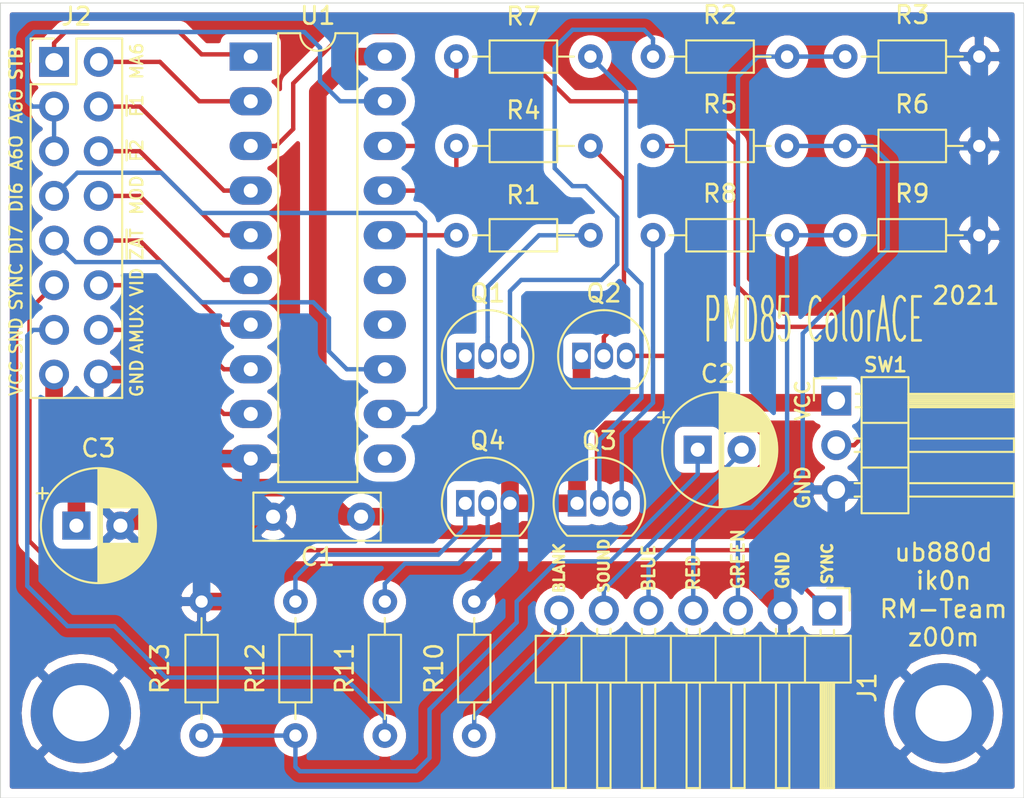
<source format=kicad_pcb>
(kicad_pcb (version 20171130) (host pcbnew "(5.1.9)-1")
  (layers (0 F.Cu signal) (31 B.Cu signal) (34 B.Paste user) (35 F.Paste user) (36 B.SilkS user) (37 F.SilkS user) (38 B.Mask user) (39 F.Mask user) (44 Edge.Cuts user))
  (net 0 "")
  (net 1 GND)
  (net 2 VCC)
  (net 3 "Net-(C2-Pad1)")
  (net 4 /SOUND)
  (net 5 /SYNC)
  (net 6 /GREEN)
  (net 7 /RED)
  (net 8 /BLUE)
  (net 9 "Net-(J1-Pad7)")
  (net 10 /STB)
  (net 11 /MA6)
  (net 12 /~F1)
  (net 13 /~F2)
  (net 14 /MOD)
  (net 15 /~ZAT)
  (net 16 /VID)
  (net 17 /AMUX)
  (net 18 /DI6)
  (net 19 /DI7)
  (net 20 /A6O)
  (net 21 /SND)
  (net 22 "Net-(Q1-Pad3)")
  (net 23 "Net-(Q1-Pad2)")
  (net 24 "Net-(Q2-Pad2)")
  (net 25 "Net-(Q2-Pad3)")
  (net 26 "Net-(Q3-Pad3)")
  (net 27 "Net-(Q3-Pad2)")
  (net 28 "Net-(Q4-Pad2)")
  (net 29 "Net-(Q4-Pad1)")
  (net 30 /B)
  (net 31 /G)
  (net 32 /R)
  (net 33 /SWITCH)
  (net 34 "Net-(U1-Pad11)")
  (net 35 "Net-(U1-Pad14)")
  (net 36 "Net-(U1-Pad15)")
  (module Resistor_THT:R_Axial_DIN0204_L3.6mm_D1.6mm_P7.62mm_Horizontal (layer F.Cu) (at 111.506 126.492 270)
    (fp_text reference R11 (at 3.81 2.286 90) (layer F.SilkS))
    (fp_text value 1k8)
    (pad 2 thru_hole oval (at 7.62 0 270) (size 1.4 1.4) (drill 0.7) (layers *.Cu *.Mask) (net 21 /SND))
    (pad 1 thru_hole circle (at 0 0 270) (size 1.4 1.4) (drill 0.7) (layers *.Cu *.Mask) (net 28 "Net-(Q4-Pad2)"))
  )
  (module Resistor_THT:R_Axial_DIN0204_L3.6mm_D1.6mm_P7.62mm_Horizontal (layer F.Cu) (at 123.19 105.664 180)
    (fp_text reference R1 (at 3.81 2.286) (layer F.SilkS))
    (fp_text value 1k8)
    (pad 2 thru_hole oval (at 7.62 0 180) (size 1.4 1.4) (drill 0.7) (layers *.Cu *.Mask) (net 30 /B))
    (pad 1 thru_hole circle (at 0 0 180) (size 1.4 1.4) (drill 0.7) (layers *.Cu *.Mask) (net 23 "Net-(Q1-Pad2)"))
  )
  (module Resistor_THT:R_Axial_DIN0204_L3.6mm_D1.6mm_P7.62mm_Horizontal (layer F.Cu) (at 126.746 95.504)
    (fp_text reference R2 (at 3.81 -2.37) (layer F.SilkS))
    (fp_text value 150R)
    (pad 2 thru_hole oval (at 7.62 0) (size 1.4 1.4) (drill 0.7) (layers *.Cu *.Mask) (net 8 /BLUE))
    (pad 1 thru_hole circle (at 0 0) (size 1.4 1.4) (drill 0.7) (layers *.Cu *.Mask) (net 22 "Net-(Q1-Pad3)"))
  )
  (module Resistor_THT:R_Axial_DIN0204_L3.6mm_D1.6mm_P7.62mm_Horizontal (layer F.Cu) (at 137.668 95.504)
    (fp_text reference R3 (at 3.81 -2.37) (layer F.SilkS))
    (fp_text value 75R)
    (pad 2 thru_hole oval (at 7.62 0) (size 1.4 1.4) (drill 0.7) (layers *.Cu *.Mask) (net 1 GND))
    (pad 1 thru_hole circle (at 0 0) (size 1.4 1.4) (drill 0.7) (layers *.Cu *.Mask) (net 8 /BLUE))
  )
  (module Resistor_THT:R_Axial_DIN0204_L3.6mm_D1.6mm_P7.62mm_Horizontal (layer F.Cu) (at 123.19 100.584 180)
    (fp_text reference R4 (at 3.81 2.032) (layer F.SilkS))
    (fp_text value 1k8)
    (pad 2 thru_hole oval (at 7.62 0 180) (size 1.4 1.4) (drill 0.7) (layers *.Cu *.Mask) (net 31 /G))
    (pad 1 thru_hole circle (at 0 0 180) (size 1.4 1.4) (drill 0.7) (layers *.Cu *.Mask) (net 24 "Net-(Q2-Pad2)"))
  )
  (module Resistor_THT:R_Axial_DIN0204_L3.6mm_D1.6mm_P7.62mm_Horizontal (layer F.Cu) (at 126.746 100.584)
    (fp_text reference R5 (at 3.81 -2.37) (layer F.SilkS))
    (fp_text value 150R)
    (pad 2 thru_hole oval (at 7.62 0) (size 1.4 1.4) (drill 0.7) (layers *.Cu *.Mask) (net 6 /GREEN))
    (pad 1 thru_hole circle (at 0 0) (size 1.4 1.4) (drill 0.7) (layers *.Cu *.Mask) (net 25 "Net-(Q2-Pad3)"))
  )
  (module Resistor_THT:R_Axial_DIN0204_L3.6mm_D1.6mm_P7.62mm_Horizontal (layer F.Cu) (at 137.668 100.584)
    (fp_text reference R6 (at 3.81 -2.37) (layer F.SilkS))
    (fp_text value 75R)
    (pad 2 thru_hole oval (at 7.62 0) (size 1.4 1.4) (drill 0.7) (layers *.Cu *.Mask) (net 1 GND))
    (pad 1 thru_hole circle (at 0 0) (size 1.4 1.4) (drill 0.7) (layers *.Cu *.Mask) (net 6 /GREEN))
  )
  (module Resistor_THT:R_Axial_DIN0204_L3.6mm_D1.6mm_P7.62mm_Horizontal (layer F.Cu) (at 123.19 95.504 180)
    (fp_text reference R7 (at 3.81 2.286) (layer F.SilkS))
    (fp_text value 1k8)
    (pad 2 thru_hole oval (at 7.62 0 180) (size 1.4 1.4) (drill 0.7) (layers *.Cu *.Mask) (net 32 /R))
    (pad 1 thru_hole circle (at 0 0 180) (size 1.4 1.4) (drill 0.7) (layers *.Cu *.Mask) (net 27 "Net-(Q3-Pad2)"))
  )
  (module Resistor_THT:R_Axial_DIN0204_L3.6mm_D1.6mm_P7.62mm_Horizontal (layer F.Cu) (at 126.746 105.664)
    (fp_text reference R8 (at 3.81 -2.37) (layer F.SilkS))
    (fp_text value 150R)
    (pad 2 thru_hole oval (at 7.62 0) (size 1.4 1.4) (drill 0.7) (layers *.Cu *.Mask) (net 7 /RED))
    (pad 1 thru_hole circle (at 0 0) (size 1.4 1.4) (drill 0.7) (layers *.Cu *.Mask) (net 26 "Net-(Q3-Pad3)"))
  )
  (module Resistor_THT:R_Axial_DIN0204_L3.6mm_D1.6mm_P7.62mm_Horizontal (layer F.Cu) (at 137.668 105.664)
    (fp_text reference R9 (at 3.81 -2.37) (layer F.SilkS))
    (fp_text value 75R)
    (pad 2 thru_hole oval (at 7.62 0) (size 1.4 1.4) (drill 0.7) (layers *.Cu *.Mask) (net 1 GND))
    (pad 1 thru_hole circle (at 0 0) (size 1.4 1.4) (drill 0.7) (layers *.Cu *.Mask) (net 7 /RED))
  )
  (module Resistor_THT:R_Axial_DIN0204_L3.6mm_D1.6mm_P7.62mm_Horizontal (layer F.Cu) (at 116.586 126.492 270)
    (fp_text reference R10 (at 3.81 2.286 90) (layer F.SilkS))
    (fp_text value 180R)
    (pad 2 thru_hole oval (at 7.62 0 270) (size 1.4 1.4) (drill 0.7) (layers *.Cu *.Mask) (net 9 "Net-(J1-Pad7)"))
    (pad 1 thru_hole circle (at 0 0 270) (size 1.4 1.4) (drill 0.7) (layers *.Cu *.Mask) (net 2 VCC))
  )
  (module Resistor_THT:R_Axial_DIN0204_L3.6mm_D1.6mm_P7.62mm_Horizontal (layer F.Cu) (at 106.426 126.492 270)
    (fp_text reference R12 (at 3.81 2.286 90) (layer F.SilkS))
    (fp_text value 22k)
    (pad 2 thru_hole oval (at 7.62 0 270) (size 1.4 1.4) (drill 0.7) (layers *.Cu *.Mask) (net 3 "Net-(C2-Pad1)"))
    (pad 1 thru_hole circle (at 0 0 270) (size 1.4 1.4) (drill 0.7) (layers *.Cu *.Mask) (net 29 "Net-(Q4-Pad1)"))
  )
  (module Resistor_THT:R_Axial_DIN0204_L3.6mm_D1.6mm_P7.62mm_Horizontal (layer F.Cu) (at 101.092 134.112 90)
    (fp_text reference R13 (at 3.81 -2.37 90) (layer F.SilkS))
    (fp_text value 1k)
    (pad 2 thru_hole oval (at 7.62 0 90) (size 1.4 1.4) (drill 0.7) (layers *.Cu *.Mask) (net 1 GND))
    (pad 1 thru_hole circle (at 0 0 90) (size 1.4 1.4) (drill 0.7) (layers *.Cu *.Mask) (net 3 "Net-(C2-Pad1)"))
  )
  (module MountingHole:MountingHole_3.2mm_M3_ISO7380_Pad (layer F.Cu) (at 143.256 132.842)
    (fp_text reference MH2 hide)
    (fp_text value MountingHole_3.2mm_M3_ISO7380_Pad hide)
    (pad 1 thru_hole circle (at 0 0) (size 5.7 5.7) (drill 3.2) (layers *.Cu *.Mask) (net 1 GND))
  )
  (module MountingHole:MountingHole_3.2mm_M3_ISO7380_Pad (layer F.Cu) (at 94.234 132.842)
    (fp_text reference MH1 hide)
    (fp_text value MountingHole_3.2mm_M3_ISO7380_Pad hide)
    (pad 1 thru_hole circle (at 0 0) (size 5.7 5.7) (drill 3.2) (layers *.Cu *.Mask) (net 1 GND))
  )
  (module Capacitor_THT:C_Disc_D7.0mm_W2.5mm_P5.00mm (layer F.Cu) (at 105.156 121.666)
    (fp_text reference C1 (at 2.54 2.286) (layer F.SilkS))
    (fp_text value 100n)
    (pad 1 thru_hole circle (at 0 0) (size 1.6 1.6) (drill 0.8) (layers *.Cu *.Mask) (net 1 GND))
    (pad 2 thru_hole circle (at 5 0) (size 1.6 1.6) (drill 0.8) (layers *.Cu *.Mask) (net 2 VCC))
  )
  (module Capacitor_THT:CP_Radial_D6.3mm_P2.50mm (layer F.Cu) (at 129.286 117.856)
    (fp_text reference C2 (at 1.143 -4.318) (layer F.SilkS))
    (fp_text value 10uF)
    (pad 1 thru_hole rect (at 0 0) (size 1.6 1.6) (drill 0.8) (layers *.Cu *.Mask) (net 3 "Net-(C2-Pad1)"))
    (pad 2 thru_hole circle (at 2.5 0) (size 1.6 1.6) (drill 0.8) (layers *.Cu *.Mask) (net 4 /SOUND))
  )
  (module Capacitor_THT:CP_Radial_D6.3mm_P2.50mm (layer F.Cu) (at 93.98 122.174)
    (fp_text reference C3 (at 1.25 -4.4) (layer F.SilkS))
    (fp_text value 100uF)
    (pad 2 thru_hole circle (at 2.5 0) (size 1.6 1.6) (drill 0.8) (layers *.Cu *.Mask) (net 1 GND))
    (pad 1 thru_hole rect (at 0 0) (size 1.6 1.6) (drill 0.8) (layers *.Cu *.Mask) (net 2 VCC))
  )
  (module Connector_PinHeader_2.54mm:PinHeader_1x07_P2.54mm_Horizontal (layer F.Cu) (at 136.652 127 270)
    (fp_text reference J1 (at 4.385 -2.27 90) (layer F.SilkS))
    (fp_text value AVOUT)
    (pad 1 thru_hole rect (at 0 0 270) (size 1.7 1.7) (drill 1) (layers *.Cu *.Mask) (net 5 /SYNC))
    (pad 2 thru_hole oval (at 0 2.54 270) (size 1.7 1.7) (drill 1) (layers *.Cu *.Mask) (net 1 GND))
    (pad 3 thru_hole oval (at 0 5.08 270) (size 1.7 1.7) (drill 1) (layers *.Cu *.Mask) (net 6 /GREEN))
    (pad 4 thru_hole oval (at 0 7.62 270) (size 1.7 1.7) (drill 1) (layers *.Cu *.Mask) (net 7 /RED))
    (pad 5 thru_hole oval (at 0 10.16 270) (size 1.7 1.7) (drill 1) (layers *.Cu *.Mask) (net 8 /BLUE))
    (pad 6 thru_hole oval (at 0 12.7 270) (size 1.7 1.7) (drill 1) (layers *.Cu *.Mask) (net 4 /SOUND))
    (pad 7 thru_hole oval (at 0 15.24 270) (size 1.7 1.7) (drill 1) (layers *.Cu *.Mask) (net 9 "Net-(J1-Pad7)"))
  )
  (module Connector_PinHeader_2.54mm:PinHeader_2x08_P2.54mm_Vertical (layer F.Cu) (at 92.71 95.805)
    (fp_text reference J2 (at 1.27 -2.587001) (layer F.SilkS))
    (fp_text value PMD85)
    (pad 1 thru_hole rect (at 0 0) (size 1.7 1.7) (drill 1) (layers *.Cu *.Mask) (net 10 /STB))
    (pad 2 thru_hole oval (at 2.54 0) (size 1.7 1.7) (drill 1) (layers *.Cu *.Mask) (net 11 /MA6))
    (pad 3 thru_hole oval (at 0 2.54) (size 1.7 1.7) (drill 1) (layers *.Cu *.Mask) (net 20 /A6O))
    (pad 4 thru_hole oval (at 2.54 2.54) (size 1.7 1.7) (drill 1) (layers *.Cu *.Mask) (net 12 /~F1))
    (pad 5 thru_hole oval (at 0 5.08) (size 1.7 1.7) (drill 1) (layers *.Cu *.Mask) (net 20 /A6O))
    (pad 6 thru_hole oval (at 2.54 5.08) (size 1.7 1.7) (drill 1) (layers *.Cu *.Mask) (net 13 /~F2))
    (pad 7 thru_hole oval (at 0 7.62) (size 1.7 1.7) (drill 1) (layers *.Cu *.Mask) (net 18 /DI6))
    (pad 8 thru_hole oval (at 2.54 7.62) (size 1.7 1.7) (drill 1) (layers *.Cu *.Mask) (net 14 /MOD))
    (pad 9 thru_hole oval (at 0 10.16) (size 1.7 1.7) (drill 1) (layers *.Cu *.Mask) (net 19 /DI7))
    (pad 10 thru_hole oval (at 2.54 10.16) (size 1.7 1.7) (drill 1) (layers *.Cu *.Mask) (net 15 /~ZAT))
    (pad 11 thru_hole oval (at 0 12.7) (size 1.7 1.7) (drill 1) (layers *.Cu *.Mask) (net 5 /SYNC))
    (pad 12 thru_hole oval (at 2.54 12.7) (size 1.7 1.7) (drill 1) (layers *.Cu *.Mask) (net 16 /VID))
    (pad 13 thru_hole oval (at 0 15.24) (size 1.7 1.7) (drill 1) (layers *.Cu *.Mask) (net 21 /SND))
    (pad 14 thru_hole oval (at 2.54 15.24) (size 1.7 1.7) (drill 1) (layers *.Cu *.Mask) (net 17 /AMUX))
    (pad 15 thru_hole oval (at 0 17.78) (size 1.7 1.7) (drill 1) (layers *.Cu *.Mask) (net 2 VCC))
    (pad 16 thru_hole oval (at 2.54 17.78) (size 1.7 1.7) (drill 1) (layers *.Cu *.Mask) (net 1 GND))
  )
  (module Package_TO_SOT_THT:TO-92_Inline (layer F.Cu) (at 116.078 112.522)
    (fp_text reference Q1 (at 1.27 -3.56) (layer F.SilkS))
    (fp_text value BC548)
    (pad 1 thru_hole rect (at 0 0) (size 1.05 1.5) (drill 0.75) (layers *.Cu *.Mask) (net 2 VCC))
    (pad 3 thru_hole oval (at 2.54 0) (size 1.05 1.5) (drill 0.75) (layers *.Cu *.Mask) (net 22 "Net-(Q1-Pad3)"))
    (pad 2 thru_hole oval (at 1.27 0) (size 1.05 1.5) (drill 0.75) (layers *.Cu *.Mask) (net 23 "Net-(Q1-Pad2)"))
  )
  (module Package_TO_SOT_THT:TO-92_Inline (layer F.Cu) (at 122.682 112.522)
    (fp_text reference Q2 (at 1.27 -3.56) (layer F.SilkS))
    (fp_text value BC548)
    (pad 2 thru_hole oval (at 1.27 0) (size 1.05 1.5) (drill 0.75) (layers *.Cu *.Mask) (net 24 "Net-(Q2-Pad2)"))
    (pad 3 thru_hole oval (at 2.54 0) (size 1.05 1.5) (drill 0.75) (layers *.Cu *.Mask) (net 25 "Net-(Q2-Pad3)"))
    (pad 1 thru_hole rect (at 0 0) (size 1.05 1.5) (drill 0.75) (layers *.Cu *.Mask) (net 2 VCC))
  )
  (module Package_TO_SOT_THT:TO-92_Inline (layer F.Cu) (at 122.428 120.904)
    (fp_text reference Q3 (at 1.27 -3.56) (layer F.SilkS))
    (fp_text value BC548)
    (pad 1 thru_hole rect (at 0 0) (size 1.05 1.5) (drill 0.75) (layers *.Cu *.Mask) (net 2 VCC))
    (pad 3 thru_hole oval (at 2.54 0) (size 1.05 1.5) (drill 0.75) (layers *.Cu *.Mask) (net 26 "Net-(Q3-Pad3)"))
    (pad 2 thru_hole oval (at 1.27 0) (size 1.05 1.5) (drill 0.75) (layers *.Cu *.Mask) (net 27 "Net-(Q3-Pad2)"))
  )
  (module Package_TO_SOT_THT:TO-92_Inline (layer F.Cu) (at 116.078 120.904)
    (fp_text reference Q4 (at 1.27 -3.56) (layer F.SilkS))
    (fp_text value BC557)
    (pad 2 thru_hole oval (at 1.27 0) (size 1.05 1.5) (drill 0.75) (layers *.Cu *.Mask) (net 28 "Net-(Q4-Pad2)"))
    (pad 3 thru_hole oval (at 2.54 0) (size 1.05 1.5) (drill 0.75) (layers *.Cu *.Mask) (net 2 VCC))
    (pad 1 thru_hole rect (at 0 0) (size 1.05 1.5) (drill 0.75) (layers *.Cu *.Mask) (net 29 "Net-(Q4-Pad1)"))
  )
  (module Connector_PinHeader_2.54mm:PinHeader_1x03_P2.54mm_Horizontal (layer F.Cu) (at 137.16 115.062)
    (fp_text reference SW1 (at 2.794 -2.032) (layer F.SilkS) (effects (font (size 0.8 0.8))))
    (fp_text value CACE/RGB)
    (pad 1 thru_hole rect (at 0 0) (size 1.7 1.7) (drill 1) (layers *.Cu *.Mask) (net 2 VCC))
    (pad 2 thru_hole oval (at 0 2.54) (size 1.7 1.7) (drill 1) (layers *.Cu *.Mask) (net 33 /SWITCH))
    (pad 3 thru_hole oval (at 0 5.08) (size 1.7 1.7) (drill 1) (layers *.Cu *.Mask) (net 1 GND))
  )
  (module Package_DIP:DIP-20_W7.62mm_LongPads (layer F.Cu) (at 103.886 95.504)
    (fp_text reference U1 (at 3.81 -2.33) (layer F.SilkS))
    (fp_text value GAL16V8)
    (pad 1 thru_hole rect (at 0 0) (size 2.4 1.6) (drill 0.8) (layers *.Cu *.Mask) (net 10 /STB))
    (pad 11 thru_hole oval (at 7.62 22.86) (size 2.4 1.6) (drill 0.8) (layers *.Cu *.Mask) (net 34 "Net-(U1-Pad11)"))
    (pad 2 thru_hole oval (at 0 2.54) (size 2.4 1.6) (drill 0.8) (layers *.Cu *.Mask) (net 11 /MA6))
    (pad 12 thru_hole oval (at 7.62 20.32) (size 2.4 1.6) (drill 0.8) (layers *.Cu *.Mask) (net 18 /DI6))
    (pad 3 thru_hole oval (at 0 5.08) (size 2.4 1.6) (drill 0.8) (layers *.Cu *.Mask) (net 33 /SWITCH))
    (pad 13 thru_hole oval (at 7.62 17.78) (size 2.4 1.6) (drill 0.8) (layers *.Cu *.Mask) (net 19 /DI7))
    (pad 4 thru_hole oval (at 0 7.62) (size 2.4 1.6) (drill 0.8) (layers *.Cu *.Mask) (net 12 /~F1))
    (pad 14 thru_hole oval (at 7.62 15.24) (size 2.4 1.6) (drill 0.8) (layers *.Cu *.Mask) (net 35 "Net-(U1-Pad14)"))
    (pad 5 thru_hole oval (at 0 10.16) (size 2.4 1.6) (drill 0.8) (layers *.Cu *.Mask) (net 13 /~F2))
    (pad 15 thru_hole oval (at 7.62 12.7) (size 2.4 1.6) (drill 0.8) (layers *.Cu *.Mask) (net 36 "Net-(U1-Pad15)"))
    (pad 6 thru_hole oval (at 0 12.7) (size 2.4 1.6) (drill 0.8) (layers *.Cu *.Mask) (net 14 /MOD))
    (pad 16 thru_hole oval (at 7.62 10.16) (size 2.4 1.6) (drill 0.8) (layers *.Cu *.Mask) (net 30 /B))
    (pad 7 thru_hole oval (at 0 15.24) (size 2.4 1.6) (drill 0.8) (layers *.Cu *.Mask) (net 15 /~ZAT))
    (pad 17 thru_hole oval (at 7.62 7.62) (size 2.4 1.6) (drill 0.8) (layers *.Cu *.Mask) (net 31 /G))
    (pad 8 thru_hole oval (at 0 17.78) (size 2.4 1.6) (drill 0.8) (layers *.Cu *.Mask) (net 16 /VID))
    (pad 18 thru_hole oval (at 7.62 5.08) (size 2.4 1.6) (drill 0.8) (layers *.Cu *.Mask) (net 32 /R))
    (pad 9 thru_hole oval (at 0 20.32) (size 2.4 1.6) (drill 0.8) (layers *.Cu *.Mask) (net 17 /AMUX))
    (pad 19 thru_hole oval (at 7.62 2.54) (size 2.4 1.6) (drill 0.8) (layers *.Cu *.Mask) (net 20 /A6O))
    (pad 10 thru_hole oval (at 0 22.86) (size 2.4 1.6) (drill 0.8) (layers *.Cu *.Mask) (net 1 GND))
    (pad 20 thru_hole oval (at 7.62 0) (size 2.4 1.6) (drill 0.8) (layers *.Cu *.Mask) (net 2 VCC))
  )
  (gr_text GND (at 135.255 120.015 90) (layer F.SilkS) (effects (font (size 0.8 0.8))))
  (gr_text VCC (at 135.255 115.062 90) (layer F.SilkS) (effects (font (size 0.8 0.8))))
  (gr_text SYNC (at 136.652 124.333 90) (layer F.SilkS) (effects (font (size 0.6 0.6))))
  (gr_text GND (at 134.112 124.714 90) (layer F.SilkS) (effects (font (size 0.7 0.7))))
  (gr_text BLANK (at 121.412 124.587 90) (layer F.SilkS) (effects (font (size 0.6 0.6))))
  (gr_text SOUND (at 123.952 124.46 90) (layer F.SilkS) (effects (font (size 0.6 0.6))))
  (gr_text BLUE (at 126.492 124.587 90) (layer F.SilkS) (effects (font (size 0.7 0.7))))
  (gr_text GREEN (at 131.572 124.079 90) (layer F.SilkS) (effects (font (size 0.7 0.7))))
  (gr_text RED (at 129.032 124.841 90) (layer F.SilkS) (effects (font (size 0.7 0.7))))
  (gr_text STB (at 90.551 95.885 90) (layer F.SilkS) (effects (font (size 0.7 0.7))))
  (gr_text A6O (at 90.551 98.298 90) (layer F.SilkS) (effects (font (size 0.7 0.7) (thickness 0.125))))
  (gr_text A6O (at 90.551 100.965 90) (layer F.SilkS) (effects (font (size 0.7 0.7) (thickness 0.125))))
  (gr_text DI6 (at 90.551 103.505 90) (layer F.SilkS) (effects (font (size 0.7 0.7) (thickness 0.125))))
  (gr_text DI7 (at 90.551 105.918 90) (layer F.SilkS) (effects (font (size 0.7 0.7) (thickness 0.125))))
  (gr_text SYNC (at 90.551 108.585 90) (layer F.SilkS) (effects (font (size 0.7 0.7) (thickness 0.125))))
  (gr_text SND (at 90.551 111.379 90) (layer F.SilkS) (effects (font (size 0.7 0.7) (thickness 0.125))))
  (gr_text VCC (at 90.551 113.792 90) (layer F.SilkS) (effects (font (size 0.7 0.7) (thickness 0.125))))
  (gr_text GND (at 97.409 113.792 90) (layer F.SilkS) (effects (font (size 0.7 0.7) (thickness 0.125))))
  (gr_text AMUX (at 97.409 110.998 90) (layer F.SilkS) (effects (font (size 0.7 0.7) (thickness 0.125))))
  (gr_text VID (at 97.409 108.331 90) (layer F.SilkS) (effects (font (size 0.7 0.7) (thickness 0.125))))
  (gr_text ~ZAT (at 97.409 106.172 90) (layer F.SilkS) (effects (font (size 0.7 0.7) (thickness 0.125))))
  (gr_text MOD (at 97.409 103.378 90) (layer F.SilkS) (effects (font (size 0.7 0.7) (thickness 0.125))))
  (gr_text ~F2 (at 97.409 100.838 90) (layer F.SilkS) (effects (font (size 0.7 0.7) (thickness 0.125))))
  (gr_text ~F1 (at 97.409 98.298 90) (layer F.SilkS) (effects (font (size 0.7 0.7) (thickness 0.125))))
  (gr_text MA6 (at 97.409 95.758 90) (layer F.SilkS) (effects (font (size 0.7 0.7) (thickness 0.125))))
  (gr_text 2021 (at 144.526 109.093) (layer F.SilkS) (effects (font (size 1 1))))
  (gr_text "ub880d\nik0n\nRM-Team\nz00m" (at 143.256 126.111) (layer F.SilkS) (effects (font (size 1 1))))
  (gr_text "PMD85 ColorACE" (at 135.89 110.49) (layer F.SilkS) (effects (font (size 2.5 1))))
  (gr_line (start 89.662 137.668) (end 89.662 92.456) (layer Edge.Cuts) (width 0.05))
  (gr_line (start 147.828 137.668) (end 89.662 137.668) (layer Edge.Cuts) (width 0.05))
  (gr_line (start 147.828 92.456) (end 147.828 137.668) (layer Edge.Cuts) (width 0.05))
  (gr_line (start 89.662 92.456) (end 147.828 92.456) (layer Edge.Cuts) (width 0.05))
  (segment (start 137.16 120.142) (end 137.16 121.6923) (width 1) (layer B.Cu) (net 1))
  (segment (start 134.112 127) (end 134.112 124.7403) (width 1) (layer B.Cu) (net 1))
  (segment (start 134.112 124.7403) (end 137.16 121.6923) (width 1) (layer B.Cu) (net 1))
  (segment (start 95.25 113.585) (end 96.8003 113.585) (width 1) (layer F.Cu) (net 1))
  (segment (start 96.8003 113.585) (end 101.5793 118.364) (width 1) (layer F.Cu) (net 1))
  (segment (start 101.5793 118.364) (end 103.886 118.364) (width 1) (layer F.Cu) (net 1))
  (segment (start 145.288 105.664) (end 145.288 100.584) (width 1) (layer B.Cu) (net 1))
  (segment (start 145.288 100.584) (end 145.288 95.504) (width 1) (layer B.Cu) (net 1))
  (segment (start 104.3703 124.714) (end 102.5923 126.492) (width 1) (layer F.Cu) (net 1))
  (segment (start 134.112 127) (end 131.826 124.714) (width 1) (layer F.Cu) (net 1))
  (segment (start 131.826 124.714) (end 104.3703 124.714) (width 1) (layer F.Cu) (net 1))
  (segment (start 102.5923 126.492) (end 101.092 126.492) (width 1) (layer F.Cu) (net 1))
  (segment (start 104.902 121.92) (end 105.156 121.666) (width 1) (layer F.Cu) (net 1))
  (segment (start 96.734 121.92) (end 104.902 121.92) (width 1) (layer F.Cu) (net 1))
  (segment (start 96.48 122.174) (end 96.734 121.92) (width 1) (layer F.Cu) (net 1))
  (segment (start 141.732 120.142) (end 137.16 120.142) (width 1) (layer B.Cu) (net 1))
  (segment (start 145.288 116.586) (end 141.732 120.142) (width 1) (layer B.Cu) (net 1))
  (segment (start 145.288 105.664) (end 145.288 116.586) (width 1) (layer B.Cu) (net 1))
  (segment (start 101.092 126.492) (end 101.092 123.063) (width 1) (layer B.Cu) (net 1))
  (segment (start 102.489 121.666) (end 105.156 121.666) (width 1) (layer B.Cu) (net 1))
  (segment (start 101.092 123.063) (end 102.489 121.666) (width 1) (layer B.Cu) (net 1))
  (segment (start 103.886 120.396) (end 105.156 121.666) (width 1) (layer B.Cu) (net 1))
  (segment (start 103.886 118.364) (end 103.886 120.396) (width 1) (layer B.Cu) (net 1))
  (segment (start 116.586 126.492) (end 118.618 124.46) (width 1) (layer B.Cu) (net 2))
  (segment (start 118.618 124.46) (end 118.618 120.904) (width 1) (layer B.Cu) (net 2))
  (segment (start 107.696 118.1845) (end 107.696 120.142) (width 1) (layer F.Cu) (net 2))
  (segment (start 107.696 120.142) (end 109.22 121.666) (width 1) (layer F.Cu) (net 2))
  (segment (start 109.22 121.666) (end 110.156 121.666) (width 1) (layer F.Cu) (net 2))
  (segment (start 111.506 95.504) (end 109.728 95.504) (width 1) (layer F.Cu) (net 2))
  (segment (start 109.728 95.504) (end 107.696 97.536) (width 1) (layer F.Cu) (net 2))
  (segment (start 107.696 97.536) (end 107.696 118.1845) (width 1) (layer F.Cu) (net 2))
  (segment (start 122.682 114.272) (end 123.599 115.189) (width 1) (layer F.Cu) (net 2))
  (segment (start 122.682 112.522) (end 122.682 114.272) (width 1) (layer F.Cu) (net 2))
  (segment (start 137.033 115.189) (end 137.16 115.062) (width 1) (layer F.Cu) (net 2))
  (segment (start 123.599 115.189) (end 137.033 115.189) (width 1) (layer F.Cu) (net 2))
  (segment (start 122.428 116.36) (end 123.599 115.189) (width 1) (layer F.Cu) (net 2))
  (segment (start 122.428 120.904) (end 122.428 116.36) (width 1) (layer F.Cu) (net 2))
  (segment (start 116.078 117.729) (end 116.078 112.522) (width 1) (layer F.Cu) (net 2))
  (segment (start 112.141 121.666) (end 116.078 117.729) (width 1) (layer F.Cu) (net 2))
  (segment (start 110.156 121.666) (end 112.141 121.666) (width 1) (layer F.Cu) (net 2))
  (segment (start 118.618 120.904) (end 118.618 118.364) (width 1) (layer F.Cu) (net 2))
  (segment (start 117.983 117.729) (end 116.078 117.729) (width 1) (layer F.Cu) (net 2))
  (segment (start 118.618 118.364) (end 117.983 117.729) (width 1) (layer F.Cu) (net 2))
  (segment (start 93.98 120.015) (end 93.98 122.174) (width 1) (layer F.Cu) (net 2))
  (segment (start 107.696 120.015) (end 93.98 120.015) (width 1) (layer F.Cu) (net 2))
  (segment (start 107.696 118.1845) (end 107.696 120.015) (width 1) (layer F.Cu) (net 2))
  (segment (start 92.71 118.745) (end 93.98 120.015) (width 1) (layer F.Cu) (net 2))
  (segment (start 92.71 113.585) (end 92.71 118.745) (width 1) (layer F.Cu) (net 2))
  (segment (start 118.618 120.904) (end 122.428 120.904) (width 1) (layer F.Cu) (net 2))
  (segment (start 106.426 134.112) (end 106.426 135.89) (width 0.25) (layer B.Cu) (net 3))
  (segment (start 106.426 135.89) (end 106.68 136.144) (width 0.25) (layer B.Cu) (net 3))
  (segment (start 106.68 136.144) (end 113.284 136.144) (width 0.25) (layer B.Cu) (net 3))
  (segment (start 113.284 136.144) (end 114.046 135.382) (width 0.25) (layer B.Cu) (net 3))
  (segment (start 114.046 132.626998) (end 118.999 127.673998) (width 0.25) (layer B.Cu) (net 3))
  (segment (start 114.046 135.382) (end 114.046 132.626998) (width 0.25) (layer B.Cu) (net 3))
  (segment (start 118.999 127.673998) (end 118.999 126.492) (width 0.25) (layer B.Cu) (net 3))
  (segment (start 118.999 126.492) (end 121.285 124.206) (width 0.25) (layer B.Cu) (net 3))
  (segment (start 121.285 124.206) (end 124.333 124.206) (width 0.25) (layer B.Cu) (net 3))
  (segment (start 129.286 119.253) (end 129.286 117.856) (width 0.25) (layer B.Cu) (net 3))
  (segment (start 124.333 124.206) (end 129.286 119.253) (width 0.25) (layer B.Cu) (net 3))
  (segment (start 101.092 134.112) (end 106.426 134.112) (width 0.25) (layer B.Cu) (net 3))
  (segment (start 123.952 127) (end 123.952 125.8247) (width 0.25) (layer B.Cu) (net 4))
  (segment (start 123.952 125.8247) (end 131.786 117.9907) (width 0.25) (layer B.Cu) (net 4))
  (segment (start 131.786 117.9907) (end 131.786 117.856) (width 0.25) (layer B.Cu) (net 4))
  (segment (start 101.6 123.571) (end 133.223 123.571) (width 0.25) (layer F.Cu) (net 5))
  (segment (start 101.2819 123.8891) (end 101.6 123.571) (width 0.25) (layer F.Cu) (net 5))
  (segment (start 133.223 123.571) (end 136.652 127) (width 0.25) (layer F.Cu) (net 5))
  (segment (start 92.1391 123.8891) (end 101.2819 123.8891) (width 0.25) (layer F.Cu) (net 5))
  (segment (start 91.313 123.063) (end 92.1391 123.8891) (width 0.25) (layer F.Cu) (net 5))
  (segment (start 91.313 109.902) (end 91.313 123.063) (width 0.25) (layer F.Cu) (net 5))
  (segment (start 92.71 108.505) (end 91.313 109.902) (width 0.25) (layer F.Cu) (net 5))
  (segment (start 137.668 100.584) (end 134.366 100.584) (width 0.25) (layer B.Cu) (net 6))
  (segment (start 139.192 100.584) (end 137.668 100.584) (width 0.25) (layer B.Cu) (net 6))
  (segment (start 140.081 101.473) (end 139.192 100.584) (width 0.25) (layer B.Cu) (net 6))
  (segment (start 140.081 106.426) (end 140.081 101.473) (width 0.25) (layer B.Cu) (net 6))
  (segment (start 135.255 111.252) (end 140.081 106.426) (width 0.25) (layer B.Cu) (net 6))
  (segment (start 135.255 119.253) (end 135.255 111.252) (width 0.25) (layer B.Cu) (net 6))
  (segment (start 131.572 122.936) (end 135.255 119.253) (width 0.25) (layer B.Cu) (net 6))
  (segment (start 131.572 127) (end 131.572 122.936) (width 0.25) (layer B.Cu) (net 6))
  (segment (start 137.668 105.664) (end 134.366 105.664) (width 0.25) (layer B.Cu) (net 7))
  (segment (start 134.366 114.808) (end 134.366 105.664) (width 0.25) (layer B.Cu) (net 7))
  (segment (start 134.366 119.126) (end 134.366 114.808) (width 0.25) (layer B.Cu) (net 7))
  (segment (start 132.334 121.158) (end 134.366 119.126) (width 0.25) (layer B.Cu) (net 7))
  (segment (start 130.937 121.158) (end 132.334 121.158) (width 0.25) (layer B.Cu) (net 7))
  (segment (start 129.032 123.063) (end 130.937 121.158) (width 0.25) (layer B.Cu) (net 7))
  (segment (start 129.032 127) (end 129.032 123.063) (width 0.25) (layer B.Cu) (net 7))
  (segment (start 137.668 95.504) (end 134.366 95.504) (width 0.25) (layer B.Cu) (net 8))
  (segment (start 132.715 95.504) (end 134.366 95.504) (width 0.25) (layer B.Cu) (net 8))
  (segment (start 131.572 114.808) (end 131.572 96.647) (width 0.25) (layer B.Cu) (net 8))
  (segment (start 133.477 116.713) (end 131.572 114.808) (width 0.25) (layer B.Cu) (net 8))
  (segment (start 133.477 118.872) (end 133.477 116.713) (width 0.25) (layer B.Cu) (net 8))
  (segment (start 131.953 120.396) (end 133.477 118.872) (width 0.25) (layer B.Cu) (net 8))
  (segment (start 130.556 120.396) (end 131.953 120.396) (width 0.25) (layer B.Cu) (net 8))
  (segment (start 126.492 124.46) (end 130.556 120.396) (width 0.25) (layer B.Cu) (net 8))
  (segment (start 131.572 96.647) (end 132.715 95.504) (width 0.25) (layer B.Cu) (net 8))
  (segment (start 126.492 127) (end 126.492 124.46) (width 0.25) (layer B.Cu) (net 8))
  (segment (start 121.412 127) (end 121.412 128.1753) (width 0.25) (layer B.Cu) (net 9))
  (segment (start 116.586 134.112) (end 116.586 132.9867) (width 0.25) (layer B.Cu) (net 9))
  (segment (start 116.586 132.9867) (end 121.3974 128.1753) (width 0.25) (layer B.Cu) (net 9))
  (segment (start 121.3974 128.1753) (end 121.412 128.1753) (width 0.25) (layer B.Cu) (net 9))
  (segment (start 103.759 95.377) (end 103.886 95.504) (width 0.25) (layer F.Cu) (net 10))
  (segment (start 101.092 95.377) (end 103.759 95.377) (width 0.25) (layer F.Cu) (net 10))
  (segment (start 99.822 94.107) (end 101.092 95.377) (width 0.25) (layer F.Cu) (net 10))
  (segment (start 93.345 94.107) (end 99.822 94.107) (width 0.25) (layer F.Cu) (net 10))
  (segment (start 92.71 94.742) (end 93.345 94.107) (width 0.25) (layer F.Cu) (net 10))
  (segment (start 92.71 95.805) (end 92.71 94.742) (width 0.25) (layer F.Cu) (net 10))
  (segment (start 98.726 95.805) (end 95.25 95.805) (width 0.25) (layer F.Cu) (net 11))
  (segment (start 100.965 98.044) (end 98.726 95.805) (width 0.25) (layer F.Cu) (net 11))
  (segment (start 103.886 98.044) (end 100.965 98.044) (width 0.25) (layer F.Cu) (net 11))
  (segment (start 103.886 103.124) (end 102.3607 103.124) (width 0.25) (layer F.Cu) (net 12))
  (segment (start 102.3607 103.124) (end 97.5817 98.345) (width 0.25) (layer F.Cu) (net 12))
  (segment (start 97.5817 98.345) (end 95.25 98.345) (width 0.25) (layer F.Cu) (net 12))
  (segment (start 103.886 105.664) (end 102.3607 105.664) (width 0.25) (layer F.Cu) (net 13))
  (segment (start 102.3607 105.664) (end 97.5817 100.885) (width 0.25) (layer F.Cu) (net 13))
  (segment (start 97.5817 100.885) (end 95.25 100.885) (width 0.25) (layer F.Cu) (net 13))
  (segment (start 103.886 108.204) (end 102.3607 108.204) (width 0.25) (layer F.Cu) (net 14))
  (segment (start 102.3607 108.204) (end 97.5817 103.425) (width 0.25) (layer F.Cu) (net 14))
  (segment (start 97.5817 103.425) (end 95.25 103.425) (width 0.25) (layer F.Cu) (net 14))
  (segment (start 103.886 110.744) (end 102.3607 110.744) (width 0.25) (layer F.Cu) (net 15))
  (segment (start 102.3607 110.744) (end 97.5817 105.965) (width 0.25) (layer F.Cu) (net 15))
  (segment (start 97.5817 105.965) (end 95.25 105.965) (width 0.25) (layer F.Cu) (net 15))
  (segment (start 103.886 113.284) (end 102.3607 113.284) (width 0.25) (layer F.Cu) (net 16))
  (segment (start 102.3607 113.284) (end 97.5817 108.505) (width 0.25) (layer F.Cu) (net 16))
  (segment (start 97.5817 108.505) (end 95.25 108.505) (width 0.25) (layer F.Cu) (net 16))
  (segment (start 103.886 115.824) (end 102.3607 115.824) (width 0.25) (layer F.Cu) (net 17))
  (segment (start 102.3607 115.824) (end 97.5817 111.045) (width 0.25) (layer F.Cu) (net 17))
  (segment (start 97.5817 111.045) (end 95.25 111.045) (width 0.25) (layer F.Cu) (net 17))
  (segment (start 113.411 115.824) (end 111.506 115.824) (width 0.25) (layer B.Cu) (net 18))
  (segment (start 113.792 104.902) (end 113.792 115.443) (width 0.25) (layer B.Cu) (net 18))
  (segment (start 113.284 104.394) (end 113.792 104.902) (width 0.25) (layer B.Cu) (net 18))
  (segment (start 101.092 104.394) (end 113.284 104.394) (width 0.25) (layer B.Cu) (net 18))
  (segment (start 113.792 115.443) (end 113.411 115.824) (width 0.25) (layer B.Cu) (net 18))
  (segment (start 94.027 102.108) (end 98.806 102.108) (width 0.25) (layer B.Cu) (net 18))
  (segment (start 98.806 102.108) (end 101.092 104.394) (width 0.25) (layer B.Cu) (net 18))
  (segment (start 92.71 103.425) (end 94.027 102.108) (width 0.25) (layer B.Cu) (net 18))
  (segment (start 109.347 113.284) (end 111.506 113.284) (width 0.25) (layer B.Cu) (net 19))
  (segment (start 108.331 112.268) (end 109.347 113.284) (width 0.25) (layer B.Cu) (net 19))
  (segment (start 108.331 110.363) (end 108.331 112.268) (width 0.25) (layer B.Cu) (net 19))
  (segment (start 107.442 109.474) (end 108.331 110.363) (width 0.25) (layer B.Cu) (net 19))
  (segment (start 101.092 109.474) (end 107.442 109.474) (width 0.25) (layer B.Cu) (net 19))
  (segment (start 98.806 107.188) (end 101.092 109.474) (width 0.25) (layer B.Cu) (net 19))
  (segment (start 93.933 107.188) (end 98.806 107.188) (width 0.25) (layer B.Cu) (net 19))
  (segment (start 92.71 105.965) (end 93.933 107.188) (width 0.25) (layer B.Cu) (net 19))
  (segment (start 92.71 100.885) (end 92.71 98.345) (width 0.25) (layer B.Cu) (net 20))
  (segment (start 108.966 98.044) (end 111.506 98.044) (width 0.25) (layer B.Cu) (net 20))
  (segment (start 107.823 96.901) (end 108.966 98.044) (width 0.25) (layer B.Cu) (net 20))
  (segment (start 107.823 94.996) (end 107.823 96.901) (width 0.25) (layer B.Cu) (net 20))
  (segment (start 106.934 94.107) (end 107.823 94.996) (width 0.25) (layer B.Cu) (net 20))
  (segment (start 91.567 94.107) (end 106.934 94.107) (width 0.25) (layer B.Cu) (net 20))
  (segment (start 91.186 94.488) (end 91.567 94.107) (width 0.25) (layer B.Cu) (net 20))
  (segment (start 91.186 98.044) (end 91.186 94.488) (width 0.25) (layer B.Cu) (net 20))
  (segment (start 91.487 98.345) (end 91.186 98.044) (width 0.25) (layer B.Cu) (net 20))
  (segment (start 92.71 98.345) (end 91.487 98.345) (width 0.25) (layer B.Cu) (net 20))
  (segment (start 111.506 133.096) (end 111.506 134.112) (width 0.25) (layer B.Cu) (net 21))
  (segment (start 109.22 130.81) (end 111.506 133.096) (width 0.25) (layer B.Cu) (net 21))
  (segment (start 99.06 130.81) (end 109.22 130.81) (width 0.25) (layer B.Cu) (net 21))
  (segment (start 96.139 127.889) (end 99.06 130.81) (width 0.25) (layer B.Cu) (net 21))
  (segment (start 93.472 127.889) (end 96.139 127.889) (width 0.25) (layer B.Cu) (net 21))
  (segment (start 91.186 125.603) (end 93.472 127.889) (width 0.25) (layer B.Cu) (net 21))
  (segment (start 91.186 111.379) (end 91.186 125.603) (width 0.25) (layer B.Cu) (net 21))
  (segment (start 91.52 111.045) (end 91.186 111.379) (width 0.25) (layer B.Cu) (net 21))
  (segment (start 92.71 111.045) (end 91.52 111.045) (width 0.25) (layer B.Cu) (net 21))
  (segment (start 124.714 104.648) (end 124.714 107.315) (width 0.25) (layer B.Cu) (net 22))
  (segment (start 122.936 102.87) (end 124.714 104.648) (width 0.25) (layer B.Cu) (net 22))
  (segment (start 122.174 102.87) (end 122.936 102.87) (width 0.25) (layer B.Cu) (net 22))
  (segment (start 121.158 101.854) (end 122.174 102.87) (width 0.25) (layer B.Cu) (net 22))
  (segment (start 121.158 94.996) (end 121.158 101.854) (width 0.25) (layer B.Cu) (net 22))
  (segment (start 118.618 108.839) (end 118.618 112.522) (width 0.25) (layer B.Cu) (net 22))
  (segment (start 122.174 93.98) (end 121.158 94.996) (width 0.25) (layer B.Cu) (net 22))
  (segment (start 119.253 108.204) (end 118.618 108.839) (width 0.25) (layer B.Cu) (net 22))
  (segment (start 126.238 93.98) (end 122.174 93.98) (width 0.25) (layer B.Cu) (net 22))
  (segment (start 123.825 108.204) (end 119.253 108.204) (width 0.25) (layer B.Cu) (net 22))
  (segment (start 126.746 94.488) (end 126.238 93.98) (width 0.25) (layer B.Cu) (net 22))
  (segment (start 124.714 107.315) (end 123.825 108.204) (width 0.25) (layer B.Cu) (net 22))
  (segment (start 126.746 95.504) (end 126.746 94.488) (width 0.25) (layer B.Cu) (net 22))
  (segment (start 117.348 111.4467) (end 117.348 112.522) (width 0.25) (layer B.Cu) (net 23))
  (segment (start 120.269 105.664) (end 117.348 108.585) (width 0.25) (layer B.Cu) (net 23))
  (segment (start 117.348 108.585) (end 117.348 111.4467) (width 0.25) (layer B.Cu) (net 23))
  (segment (start 123.19 105.664) (end 120.269 105.664) (width 0.25) (layer B.Cu) (net 23))
  (segment (start 123.952 111.4467) (end 123.952 112.522) (width 0.25) (layer F.Cu) (net 24))
  (segment (start 125.095 110.3037) (end 123.952 111.4467) (width 0.25) (layer F.Cu) (net 24))
  (segment (start 125.095 102.489) (end 125.095 110.3037) (width 0.25) (layer F.Cu) (net 24))
  (segment (start 123.19 100.584) (end 125.095 102.489) (width 0.25) (layer F.Cu) (net 24))
  (segment (start 125.222 112.522) (end 127.508 112.522) (width 0.25) (layer F.Cu) (net 25))
  (segment (start 127.508 112.522) (end 128.905 111.125) (width 0.25) (layer F.Cu) (net 25))
  (segment (start 128.905 111.125) (end 128.905 101.473) (width 0.25) (layer F.Cu) (net 25))
  (segment (start 128.016 100.584) (end 126.746 100.584) (width 0.25) (layer F.Cu) (net 25))
  (segment (start 128.905 101.473) (end 128.016 100.584) (width 0.25) (layer F.Cu) (net 25))
  (segment (start 124.968 116.967) (end 124.968 120.904) (width 0.25) (layer B.Cu) (net 26))
  (segment (start 126.746 115.189) (end 124.968 116.967) (width 0.25) (layer B.Cu) (net 26))
  (segment (start 126.746 105.664) (end 126.746 115.189) (width 0.25) (layer B.Cu) (net 26))
  (segment (start 123.698 117.2991) (end 123.698 120.904) (width 0.25) (layer B.Cu) (net 27))
  (segment (start 126.088 114.9091) (end 123.698 117.2991) (width 0.25) (layer B.Cu) (net 27))
  (segment (start 126.088 108.435) (end 126.088 114.9091) (width 0.25) (layer B.Cu) (net 27))
  (segment (start 125.222 107.569) (end 126.088 108.435) (width 0.25) (layer B.Cu) (net 27))
  (segment (start 125.222 97.536) (end 125.222 107.569) (width 0.25) (layer B.Cu) (net 27))
  (segment (start 123.19 95.504) (end 125.222 97.536) (width 0.25) (layer B.Cu) (net 27))
  (segment (start 111.506 126.492) (end 111.506 125.476) (width 0.25) (layer B.Cu) (net 28))
  (segment (start 111.506 125.476) (end 112.649 124.333) (width 0.25) (layer B.Cu) (net 28))
  (segment (start 112.649 124.333) (end 115.697 124.333) (width 0.25) (layer B.Cu) (net 28))
  (segment (start 115.697 124.333) (end 117.348 122.682) (width 0.25) (layer B.Cu) (net 28))
  (segment (start 117.348 122.682) (end 117.348 120.904) (width 0.25) (layer B.Cu) (net 28))
  (segment (start 106.426 126.492) (end 106.426 125.095) (width 0.25) (layer B.Cu) (net 29))
  (segment (start 106.426 125.095) (end 107.696 123.825) (width 0.25) (layer B.Cu) (net 29))
  (segment (start 107.696 123.825) (end 114.554 123.825) (width 0.25) (layer B.Cu) (net 29))
  (segment (start 116.078 122.301) (end 116.078 120.904) (width 0.25) (layer B.Cu) (net 29))
  (segment (start 114.554 123.825) (end 116.078 122.301) (width 0.25) (layer B.Cu) (net 29))
  (segment (start 111.506 105.664) (end 115.57 105.664) (width 0.25) (layer F.Cu) (net 30))
  (segment (start 111.506 103.124) (end 114.808 103.124) (width 0.25) (layer F.Cu) (net 31))
  (segment (start 115.57 102.362) (end 115.57 100.584) (width 0.25) (layer F.Cu) (net 31))
  (segment (start 114.808 103.124) (end 115.57 102.362) (width 0.25) (layer F.Cu) (net 31))
  (segment (start 111.506 100.584) (end 113.411 100.584) (width 0.25) (layer F.Cu) (net 32))
  (segment (start 113.411 100.584) (end 114.046 99.949) (width 0.25) (layer F.Cu) (net 32))
  (segment (start 114.046 99.949) (end 114.046 99.187) (width 0.25) (layer F.Cu) (net 32))
  (segment (start 115.57 97.663) (end 115.57 95.504) (width 0.25) (layer F.Cu) (net 32))
  (segment (start 114.046 99.187) (end 115.57 97.663) (width 0.25) (layer F.Cu) (net 32))
  (segment (start 139.7 116.078) (end 138.176 117.602) (width 0.25) (layer F.Cu) (net 33))
  (segment (start 103.886 100.584) (end 105.336 100.584) (width 0.25) (layer F.Cu) (net 33))
  (segment (start 129.032 98.044) (end 131.445 100.457) (width 0.25) (layer F.Cu) (net 33))
  (segment (start 106.299 99.621) (end 106.299 97.028) (width 0.25) (layer F.Cu) (net 33))
  (segment (start 133.858 110.871) (end 137.287 110.871) (width 0.25) (layer F.Cu) (net 33))
  (segment (start 137.287 110.871) (end 139.7 113.284) (width 0.25) (layer F.Cu) (net 33))
  (segment (start 131.445 108.458) (end 133.858 110.871) (width 0.25) (layer F.Cu) (net 33))
  (segment (start 109.22 94.107) (end 118.11 94.107) (width 0.25) (layer F.Cu) (net 33))
  (segment (start 139.7 113.284) (end 139.7 116.078) (width 0.25) (layer F.Cu) (net 33))
  (segment (start 138.176 117.602) (end 137.16 117.602) (width 0.25) (layer F.Cu) (net 33))
  (segment (start 118.11 94.107) (end 122.047 98.044) (width 0.25) (layer F.Cu) (net 33))
  (segment (start 105.336 100.584) (end 106.299 99.621) (width 0.25) (layer F.Cu) (net 33))
  (segment (start 122.047 98.044) (end 129.032 98.044) (width 0.25) (layer F.Cu) (net 33))
  (segment (start 106.299 97.028) (end 109.22 94.107) (width 0.25) (layer F.Cu) (net 33))
  (segment (start 131.445 100.457) (end 131.445 108.458) (width 0.25) (layer F.Cu) (net 33))
  (zone (net 1) (net_name GND) (layer B.Cu) (connect_pads (clearance 0.508)) (min_thickness 0.254) (fill yes (arc_segments 32) (thermal_gap 0.508) (thermal_bridge_width 0.508))
    (polygon (pts (xy 147.447 137.287) (xy 90.043 137.287) (xy 90.043 92.837) (xy 147.447 92.837)))
  )
  (zone (net 1) (net_name GND) (layer F.Cu) (connect_pads (clearance 0.508)) (min_thickness 0.254) (fill yes (arc_segments 32) (thermal_gap 0.508) (thermal_bridge_width 0.508))
    (polygon (pts (xy 147.447 137.287) (xy 90.17 137.287) (xy 90.17 92.964) (xy 147.447 92.964)))
  )
)
</source>
